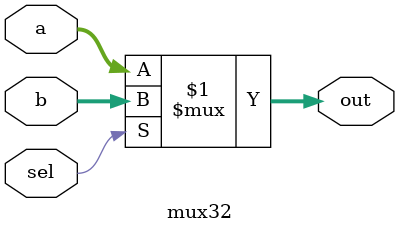
<source format=sv>
/**************************************************
will be used to select between immediate and pc input
if sel b passes
else a passes
**************************************************/


module mux32(a, b, sel, out);
	input wire[31:0] a, b;
	input sel;
	output wire[31:0] out;


	assign out = sel ? b : a;
endmodule

/*
module tb_mux32;
	reg[31:0] a, b;
	wire[31:0] out;
	reg sel;

	mux32 u0(
		.a(a),
		.b(b),
		.sel(sel),
		.out(out)
	);

	initial begin
		a = 32'hffffffff;
		b = 32'h00000000;
		sel = 0;
		#10;
		$display("a = %h, b = %h, sel = %b, out = %h", a, b, sel, out);
		sel = 1;
		#10;
		$display("a = %h, b = %h, sel = %b, out = %h", a, b, sel, out);
	end

endmodule
*/

</source>
